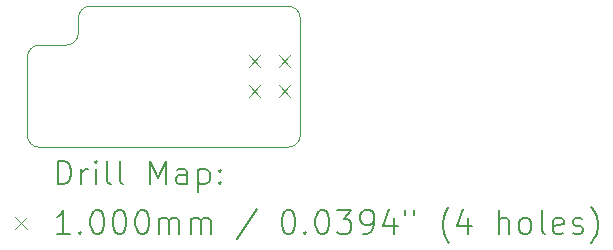
<source format=gbr>
%TF.GenerationSoftware,KiCad,Pcbnew,9.0.1*%
%TF.CreationDate,2025-04-24T20:35:24+12:00*%
%TF.ProjectId,XIAO-nRF52840-spacer,5849414f-2d6e-4524-9635-323834302d73,rev?*%
%TF.SameCoordinates,Original*%
%TF.FileFunction,Drillmap*%
%TF.FilePolarity,Positive*%
%FSLAX45Y45*%
G04 Gerber Fmt 4.5, Leading zero omitted, Abs format (unit mm)*
G04 Created by KiCad (PCBNEW 9.0.1) date 2025-04-24 20:35:24*
%MOMM*%
%LPD*%
G01*
G04 APERTURE LIST*
%ADD10C,0.050000*%
%ADD11C,0.200000*%
%ADD12C,0.100000*%
G04 APERTURE END LIST*
D10*
X16738600Y-7620000D02*
G75*
G02*
X16637000Y-7518400I0J101600D01*
G01*
X16637000Y-6858000D02*
G75*
G02*
X16738600Y-6756400I101600J0D01*
G01*
X17068800Y-6527800D02*
X17068800Y-6654800D01*
X17068800Y-6527800D02*
G75*
G02*
X17170400Y-6426200I101600J0D01*
G01*
X17068800Y-6654800D02*
G75*
G02*
X16967200Y-6756400I-101600J0D01*
G01*
X16637000Y-6858000D02*
X16637000Y-7518400D01*
X16967200Y-6756400D02*
X16738600Y-6756400D01*
X18948400Y-7518400D02*
G75*
G02*
X18846800Y-7620000I-101600J0D01*
G01*
X18846800Y-6426200D02*
G75*
G02*
X18948400Y-6527800I0J-101600D01*
G01*
X17170400Y-6426200D02*
X18846800Y-6426200D01*
X18846800Y-7620000D02*
X16738600Y-7620000D01*
X18948400Y-6527800D02*
X18948400Y-7518400D01*
D11*
D12*
X18510650Y-6838900D02*
X18610650Y-6938900D01*
X18610650Y-6838900D02*
X18510650Y-6938900D01*
X18510650Y-7092900D02*
X18610650Y-7192900D01*
X18610650Y-7092900D02*
X18510650Y-7192900D01*
X18764650Y-6838900D02*
X18864650Y-6938900D01*
X18864650Y-6838900D02*
X18764650Y-6938900D01*
X18764650Y-7092900D02*
X18864650Y-7192900D01*
X18864650Y-7092900D02*
X18764650Y-7192900D01*
D11*
X16895277Y-7933984D02*
X16895277Y-7733984D01*
X16895277Y-7733984D02*
X16942896Y-7733984D01*
X16942896Y-7733984D02*
X16971467Y-7743508D01*
X16971467Y-7743508D02*
X16990515Y-7762555D01*
X16990515Y-7762555D02*
X17000039Y-7781603D01*
X17000039Y-7781603D02*
X17009563Y-7819698D01*
X17009563Y-7819698D02*
X17009563Y-7848269D01*
X17009563Y-7848269D02*
X17000039Y-7886365D01*
X17000039Y-7886365D02*
X16990515Y-7905412D01*
X16990515Y-7905412D02*
X16971467Y-7924460D01*
X16971467Y-7924460D02*
X16942896Y-7933984D01*
X16942896Y-7933984D02*
X16895277Y-7933984D01*
X17095277Y-7933984D02*
X17095277Y-7800650D01*
X17095277Y-7838746D02*
X17104801Y-7819698D01*
X17104801Y-7819698D02*
X17114324Y-7810174D01*
X17114324Y-7810174D02*
X17133372Y-7800650D01*
X17133372Y-7800650D02*
X17152420Y-7800650D01*
X17219086Y-7933984D02*
X17219086Y-7800650D01*
X17219086Y-7733984D02*
X17209563Y-7743508D01*
X17209563Y-7743508D02*
X17219086Y-7753031D01*
X17219086Y-7753031D02*
X17228610Y-7743508D01*
X17228610Y-7743508D02*
X17219086Y-7733984D01*
X17219086Y-7733984D02*
X17219086Y-7753031D01*
X17342896Y-7933984D02*
X17323848Y-7924460D01*
X17323848Y-7924460D02*
X17314324Y-7905412D01*
X17314324Y-7905412D02*
X17314324Y-7733984D01*
X17447658Y-7933984D02*
X17428610Y-7924460D01*
X17428610Y-7924460D02*
X17419086Y-7905412D01*
X17419086Y-7905412D02*
X17419086Y-7733984D01*
X17676229Y-7933984D02*
X17676229Y-7733984D01*
X17676229Y-7733984D02*
X17742896Y-7876841D01*
X17742896Y-7876841D02*
X17809563Y-7733984D01*
X17809563Y-7733984D02*
X17809563Y-7933984D01*
X17990515Y-7933984D02*
X17990515Y-7829222D01*
X17990515Y-7829222D02*
X17980991Y-7810174D01*
X17980991Y-7810174D02*
X17961944Y-7800650D01*
X17961944Y-7800650D02*
X17923848Y-7800650D01*
X17923848Y-7800650D02*
X17904801Y-7810174D01*
X17990515Y-7924460D02*
X17971467Y-7933984D01*
X17971467Y-7933984D02*
X17923848Y-7933984D01*
X17923848Y-7933984D02*
X17904801Y-7924460D01*
X17904801Y-7924460D02*
X17895277Y-7905412D01*
X17895277Y-7905412D02*
X17895277Y-7886365D01*
X17895277Y-7886365D02*
X17904801Y-7867317D01*
X17904801Y-7867317D02*
X17923848Y-7857793D01*
X17923848Y-7857793D02*
X17971467Y-7857793D01*
X17971467Y-7857793D02*
X17990515Y-7848269D01*
X18085753Y-7800650D02*
X18085753Y-8000650D01*
X18085753Y-7810174D02*
X18104801Y-7800650D01*
X18104801Y-7800650D02*
X18142896Y-7800650D01*
X18142896Y-7800650D02*
X18161944Y-7810174D01*
X18161944Y-7810174D02*
X18171467Y-7819698D01*
X18171467Y-7819698D02*
X18180991Y-7838746D01*
X18180991Y-7838746D02*
X18180991Y-7895888D01*
X18180991Y-7895888D02*
X18171467Y-7914936D01*
X18171467Y-7914936D02*
X18161944Y-7924460D01*
X18161944Y-7924460D02*
X18142896Y-7933984D01*
X18142896Y-7933984D02*
X18104801Y-7933984D01*
X18104801Y-7933984D02*
X18085753Y-7924460D01*
X18266705Y-7914936D02*
X18276229Y-7924460D01*
X18276229Y-7924460D02*
X18266705Y-7933984D01*
X18266705Y-7933984D02*
X18257182Y-7924460D01*
X18257182Y-7924460D02*
X18266705Y-7914936D01*
X18266705Y-7914936D02*
X18266705Y-7933984D01*
X18266705Y-7810174D02*
X18276229Y-7819698D01*
X18276229Y-7819698D02*
X18266705Y-7829222D01*
X18266705Y-7829222D02*
X18257182Y-7819698D01*
X18257182Y-7819698D02*
X18266705Y-7810174D01*
X18266705Y-7810174D02*
X18266705Y-7829222D01*
D12*
X16534500Y-8212500D02*
X16634500Y-8312500D01*
X16634500Y-8212500D02*
X16534500Y-8312500D01*
D11*
X17000039Y-8353984D02*
X16885753Y-8353984D01*
X16942896Y-8353984D02*
X16942896Y-8153984D01*
X16942896Y-8153984D02*
X16923848Y-8182555D01*
X16923848Y-8182555D02*
X16904801Y-8201603D01*
X16904801Y-8201603D02*
X16885753Y-8211127D01*
X17085753Y-8334936D02*
X17095277Y-8344460D01*
X17095277Y-8344460D02*
X17085753Y-8353984D01*
X17085753Y-8353984D02*
X17076229Y-8344460D01*
X17076229Y-8344460D02*
X17085753Y-8334936D01*
X17085753Y-8334936D02*
X17085753Y-8353984D01*
X17219086Y-8153984D02*
X17238134Y-8153984D01*
X17238134Y-8153984D02*
X17257182Y-8163508D01*
X17257182Y-8163508D02*
X17266705Y-8173031D01*
X17266705Y-8173031D02*
X17276229Y-8192079D01*
X17276229Y-8192079D02*
X17285753Y-8230174D01*
X17285753Y-8230174D02*
X17285753Y-8277793D01*
X17285753Y-8277793D02*
X17276229Y-8315888D01*
X17276229Y-8315888D02*
X17266705Y-8334936D01*
X17266705Y-8334936D02*
X17257182Y-8344460D01*
X17257182Y-8344460D02*
X17238134Y-8353984D01*
X17238134Y-8353984D02*
X17219086Y-8353984D01*
X17219086Y-8353984D02*
X17200039Y-8344460D01*
X17200039Y-8344460D02*
X17190515Y-8334936D01*
X17190515Y-8334936D02*
X17180991Y-8315888D01*
X17180991Y-8315888D02*
X17171467Y-8277793D01*
X17171467Y-8277793D02*
X17171467Y-8230174D01*
X17171467Y-8230174D02*
X17180991Y-8192079D01*
X17180991Y-8192079D02*
X17190515Y-8173031D01*
X17190515Y-8173031D02*
X17200039Y-8163508D01*
X17200039Y-8163508D02*
X17219086Y-8153984D01*
X17409563Y-8153984D02*
X17428610Y-8153984D01*
X17428610Y-8153984D02*
X17447658Y-8163508D01*
X17447658Y-8163508D02*
X17457182Y-8173031D01*
X17457182Y-8173031D02*
X17466705Y-8192079D01*
X17466705Y-8192079D02*
X17476229Y-8230174D01*
X17476229Y-8230174D02*
X17476229Y-8277793D01*
X17476229Y-8277793D02*
X17466705Y-8315888D01*
X17466705Y-8315888D02*
X17457182Y-8334936D01*
X17457182Y-8334936D02*
X17447658Y-8344460D01*
X17447658Y-8344460D02*
X17428610Y-8353984D01*
X17428610Y-8353984D02*
X17409563Y-8353984D01*
X17409563Y-8353984D02*
X17390515Y-8344460D01*
X17390515Y-8344460D02*
X17380991Y-8334936D01*
X17380991Y-8334936D02*
X17371467Y-8315888D01*
X17371467Y-8315888D02*
X17361944Y-8277793D01*
X17361944Y-8277793D02*
X17361944Y-8230174D01*
X17361944Y-8230174D02*
X17371467Y-8192079D01*
X17371467Y-8192079D02*
X17380991Y-8173031D01*
X17380991Y-8173031D02*
X17390515Y-8163508D01*
X17390515Y-8163508D02*
X17409563Y-8153984D01*
X17600039Y-8153984D02*
X17619086Y-8153984D01*
X17619086Y-8153984D02*
X17638134Y-8163508D01*
X17638134Y-8163508D02*
X17647658Y-8173031D01*
X17647658Y-8173031D02*
X17657182Y-8192079D01*
X17657182Y-8192079D02*
X17666705Y-8230174D01*
X17666705Y-8230174D02*
X17666705Y-8277793D01*
X17666705Y-8277793D02*
X17657182Y-8315888D01*
X17657182Y-8315888D02*
X17647658Y-8334936D01*
X17647658Y-8334936D02*
X17638134Y-8344460D01*
X17638134Y-8344460D02*
X17619086Y-8353984D01*
X17619086Y-8353984D02*
X17600039Y-8353984D01*
X17600039Y-8353984D02*
X17580991Y-8344460D01*
X17580991Y-8344460D02*
X17571467Y-8334936D01*
X17571467Y-8334936D02*
X17561944Y-8315888D01*
X17561944Y-8315888D02*
X17552420Y-8277793D01*
X17552420Y-8277793D02*
X17552420Y-8230174D01*
X17552420Y-8230174D02*
X17561944Y-8192079D01*
X17561944Y-8192079D02*
X17571467Y-8173031D01*
X17571467Y-8173031D02*
X17580991Y-8163508D01*
X17580991Y-8163508D02*
X17600039Y-8153984D01*
X17752420Y-8353984D02*
X17752420Y-8220650D01*
X17752420Y-8239698D02*
X17761944Y-8230174D01*
X17761944Y-8230174D02*
X17780991Y-8220650D01*
X17780991Y-8220650D02*
X17809563Y-8220650D01*
X17809563Y-8220650D02*
X17828610Y-8230174D01*
X17828610Y-8230174D02*
X17838134Y-8249222D01*
X17838134Y-8249222D02*
X17838134Y-8353984D01*
X17838134Y-8249222D02*
X17847658Y-8230174D01*
X17847658Y-8230174D02*
X17866705Y-8220650D01*
X17866705Y-8220650D02*
X17895277Y-8220650D01*
X17895277Y-8220650D02*
X17914325Y-8230174D01*
X17914325Y-8230174D02*
X17923848Y-8249222D01*
X17923848Y-8249222D02*
X17923848Y-8353984D01*
X18019086Y-8353984D02*
X18019086Y-8220650D01*
X18019086Y-8239698D02*
X18028610Y-8230174D01*
X18028610Y-8230174D02*
X18047658Y-8220650D01*
X18047658Y-8220650D02*
X18076229Y-8220650D01*
X18076229Y-8220650D02*
X18095277Y-8230174D01*
X18095277Y-8230174D02*
X18104801Y-8249222D01*
X18104801Y-8249222D02*
X18104801Y-8353984D01*
X18104801Y-8249222D02*
X18114325Y-8230174D01*
X18114325Y-8230174D02*
X18133372Y-8220650D01*
X18133372Y-8220650D02*
X18161944Y-8220650D01*
X18161944Y-8220650D02*
X18180991Y-8230174D01*
X18180991Y-8230174D02*
X18190515Y-8249222D01*
X18190515Y-8249222D02*
X18190515Y-8353984D01*
X18580991Y-8144460D02*
X18409563Y-8401603D01*
X18838134Y-8153984D02*
X18857182Y-8153984D01*
X18857182Y-8153984D02*
X18876229Y-8163508D01*
X18876229Y-8163508D02*
X18885753Y-8173031D01*
X18885753Y-8173031D02*
X18895277Y-8192079D01*
X18895277Y-8192079D02*
X18904801Y-8230174D01*
X18904801Y-8230174D02*
X18904801Y-8277793D01*
X18904801Y-8277793D02*
X18895277Y-8315888D01*
X18895277Y-8315888D02*
X18885753Y-8334936D01*
X18885753Y-8334936D02*
X18876229Y-8344460D01*
X18876229Y-8344460D02*
X18857182Y-8353984D01*
X18857182Y-8353984D02*
X18838134Y-8353984D01*
X18838134Y-8353984D02*
X18819087Y-8344460D01*
X18819087Y-8344460D02*
X18809563Y-8334936D01*
X18809563Y-8334936D02*
X18800039Y-8315888D01*
X18800039Y-8315888D02*
X18790515Y-8277793D01*
X18790515Y-8277793D02*
X18790515Y-8230174D01*
X18790515Y-8230174D02*
X18800039Y-8192079D01*
X18800039Y-8192079D02*
X18809563Y-8173031D01*
X18809563Y-8173031D02*
X18819087Y-8163508D01*
X18819087Y-8163508D02*
X18838134Y-8153984D01*
X18990515Y-8334936D02*
X19000039Y-8344460D01*
X19000039Y-8344460D02*
X18990515Y-8353984D01*
X18990515Y-8353984D02*
X18980991Y-8344460D01*
X18980991Y-8344460D02*
X18990515Y-8334936D01*
X18990515Y-8334936D02*
X18990515Y-8353984D01*
X19123848Y-8153984D02*
X19142896Y-8153984D01*
X19142896Y-8153984D02*
X19161944Y-8163508D01*
X19161944Y-8163508D02*
X19171468Y-8173031D01*
X19171468Y-8173031D02*
X19180991Y-8192079D01*
X19180991Y-8192079D02*
X19190515Y-8230174D01*
X19190515Y-8230174D02*
X19190515Y-8277793D01*
X19190515Y-8277793D02*
X19180991Y-8315888D01*
X19180991Y-8315888D02*
X19171468Y-8334936D01*
X19171468Y-8334936D02*
X19161944Y-8344460D01*
X19161944Y-8344460D02*
X19142896Y-8353984D01*
X19142896Y-8353984D02*
X19123848Y-8353984D01*
X19123848Y-8353984D02*
X19104801Y-8344460D01*
X19104801Y-8344460D02*
X19095277Y-8334936D01*
X19095277Y-8334936D02*
X19085753Y-8315888D01*
X19085753Y-8315888D02*
X19076229Y-8277793D01*
X19076229Y-8277793D02*
X19076229Y-8230174D01*
X19076229Y-8230174D02*
X19085753Y-8192079D01*
X19085753Y-8192079D02*
X19095277Y-8173031D01*
X19095277Y-8173031D02*
X19104801Y-8163508D01*
X19104801Y-8163508D02*
X19123848Y-8153984D01*
X19257182Y-8153984D02*
X19380991Y-8153984D01*
X19380991Y-8153984D02*
X19314325Y-8230174D01*
X19314325Y-8230174D02*
X19342896Y-8230174D01*
X19342896Y-8230174D02*
X19361944Y-8239698D01*
X19361944Y-8239698D02*
X19371468Y-8249222D01*
X19371468Y-8249222D02*
X19380991Y-8268269D01*
X19380991Y-8268269D02*
X19380991Y-8315888D01*
X19380991Y-8315888D02*
X19371468Y-8334936D01*
X19371468Y-8334936D02*
X19361944Y-8344460D01*
X19361944Y-8344460D02*
X19342896Y-8353984D01*
X19342896Y-8353984D02*
X19285753Y-8353984D01*
X19285753Y-8353984D02*
X19266706Y-8344460D01*
X19266706Y-8344460D02*
X19257182Y-8334936D01*
X19476229Y-8353984D02*
X19514325Y-8353984D01*
X19514325Y-8353984D02*
X19533372Y-8344460D01*
X19533372Y-8344460D02*
X19542896Y-8334936D01*
X19542896Y-8334936D02*
X19561944Y-8306365D01*
X19561944Y-8306365D02*
X19571468Y-8268269D01*
X19571468Y-8268269D02*
X19571468Y-8192079D01*
X19571468Y-8192079D02*
X19561944Y-8173031D01*
X19561944Y-8173031D02*
X19552420Y-8163508D01*
X19552420Y-8163508D02*
X19533372Y-8153984D01*
X19533372Y-8153984D02*
X19495277Y-8153984D01*
X19495277Y-8153984D02*
X19476229Y-8163508D01*
X19476229Y-8163508D02*
X19466706Y-8173031D01*
X19466706Y-8173031D02*
X19457182Y-8192079D01*
X19457182Y-8192079D02*
X19457182Y-8239698D01*
X19457182Y-8239698D02*
X19466706Y-8258746D01*
X19466706Y-8258746D02*
X19476229Y-8268269D01*
X19476229Y-8268269D02*
X19495277Y-8277793D01*
X19495277Y-8277793D02*
X19533372Y-8277793D01*
X19533372Y-8277793D02*
X19552420Y-8268269D01*
X19552420Y-8268269D02*
X19561944Y-8258746D01*
X19561944Y-8258746D02*
X19571468Y-8239698D01*
X19742896Y-8220650D02*
X19742896Y-8353984D01*
X19695277Y-8144460D02*
X19647658Y-8287317D01*
X19647658Y-8287317D02*
X19771468Y-8287317D01*
X19838134Y-8153984D02*
X19838134Y-8192079D01*
X19914325Y-8153984D02*
X19914325Y-8192079D01*
X20209563Y-8430174D02*
X20200039Y-8420650D01*
X20200039Y-8420650D02*
X20180991Y-8392079D01*
X20180991Y-8392079D02*
X20171468Y-8373031D01*
X20171468Y-8373031D02*
X20161944Y-8344460D01*
X20161944Y-8344460D02*
X20152420Y-8296841D01*
X20152420Y-8296841D02*
X20152420Y-8258746D01*
X20152420Y-8258746D02*
X20161944Y-8211127D01*
X20161944Y-8211127D02*
X20171468Y-8182555D01*
X20171468Y-8182555D02*
X20180991Y-8163508D01*
X20180991Y-8163508D02*
X20200039Y-8134936D01*
X20200039Y-8134936D02*
X20209563Y-8125412D01*
X20371468Y-8220650D02*
X20371468Y-8353984D01*
X20323849Y-8144460D02*
X20276230Y-8287317D01*
X20276230Y-8287317D02*
X20400039Y-8287317D01*
X20628611Y-8353984D02*
X20628611Y-8153984D01*
X20714325Y-8353984D02*
X20714325Y-8249222D01*
X20714325Y-8249222D02*
X20704801Y-8230174D01*
X20704801Y-8230174D02*
X20685753Y-8220650D01*
X20685753Y-8220650D02*
X20657182Y-8220650D01*
X20657182Y-8220650D02*
X20638134Y-8230174D01*
X20638134Y-8230174D02*
X20628611Y-8239698D01*
X20838134Y-8353984D02*
X20819087Y-8344460D01*
X20819087Y-8344460D02*
X20809563Y-8334936D01*
X20809563Y-8334936D02*
X20800039Y-8315888D01*
X20800039Y-8315888D02*
X20800039Y-8258746D01*
X20800039Y-8258746D02*
X20809563Y-8239698D01*
X20809563Y-8239698D02*
X20819087Y-8230174D01*
X20819087Y-8230174D02*
X20838134Y-8220650D01*
X20838134Y-8220650D02*
X20866706Y-8220650D01*
X20866706Y-8220650D02*
X20885753Y-8230174D01*
X20885753Y-8230174D02*
X20895277Y-8239698D01*
X20895277Y-8239698D02*
X20904801Y-8258746D01*
X20904801Y-8258746D02*
X20904801Y-8315888D01*
X20904801Y-8315888D02*
X20895277Y-8334936D01*
X20895277Y-8334936D02*
X20885753Y-8344460D01*
X20885753Y-8344460D02*
X20866706Y-8353984D01*
X20866706Y-8353984D02*
X20838134Y-8353984D01*
X21019087Y-8353984D02*
X21000039Y-8344460D01*
X21000039Y-8344460D02*
X20990515Y-8325412D01*
X20990515Y-8325412D02*
X20990515Y-8153984D01*
X21171468Y-8344460D02*
X21152420Y-8353984D01*
X21152420Y-8353984D02*
X21114325Y-8353984D01*
X21114325Y-8353984D02*
X21095277Y-8344460D01*
X21095277Y-8344460D02*
X21085753Y-8325412D01*
X21085753Y-8325412D02*
X21085753Y-8249222D01*
X21085753Y-8249222D02*
X21095277Y-8230174D01*
X21095277Y-8230174D02*
X21114325Y-8220650D01*
X21114325Y-8220650D02*
X21152420Y-8220650D01*
X21152420Y-8220650D02*
X21171468Y-8230174D01*
X21171468Y-8230174D02*
X21180992Y-8249222D01*
X21180992Y-8249222D02*
X21180992Y-8268269D01*
X21180992Y-8268269D02*
X21085753Y-8287317D01*
X21257182Y-8344460D02*
X21276230Y-8353984D01*
X21276230Y-8353984D02*
X21314325Y-8353984D01*
X21314325Y-8353984D02*
X21333373Y-8344460D01*
X21333373Y-8344460D02*
X21342896Y-8325412D01*
X21342896Y-8325412D02*
X21342896Y-8315888D01*
X21342896Y-8315888D02*
X21333373Y-8296841D01*
X21333373Y-8296841D02*
X21314325Y-8287317D01*
X21314325Y-8287317D02*
X21285753Y-8287317D01*
X21285753Y-8287317D02*
X21266706Y-8277793D01*
X21266706Y-8277793D02*
X21257182Y-8258746D01*
X21257182Y-8258746D02*
X21257182Y-8249222D01*
X21257182Y-8249222D02*
X21266706Y-8230174D01*
X21266706Y-8230174D02*
X21285753Y-8220650D01*
X21285753Y-8220650D02*
X21314325Y-8220650D01*
X21314325Y-8220650D02*
X21333373Y-8230174D01*
X21409563Y-8430174D02*
X21419087Y-8420650D01*
X21419087Y-8420650D02*
X21438134Y-8392079D01*
X21438134Y-8392079D02*
X21447658Y-8373031D01*
X21447658Y-8373031D02*
X21457182Y-8344460D01*
X21457182Y-8344460D02*
X21466706Y-8296841D01*
X21466706Y-8296841D02*
X21466706Y-8258746D01*
X21466706Y-8258746D02*
X21457182Y-8211127D01*
X21457182Y-8211127D02*
X21447658Y-8182555D01*
X21447658Y-8182555D02*
X21438134Y-8163508D01*
X21438134Y-8163508D02*
X21419087Y-8134936D01*
X21419087Y-8134936D02*
X21409563Y-8125412D01*
M02*

</source>
